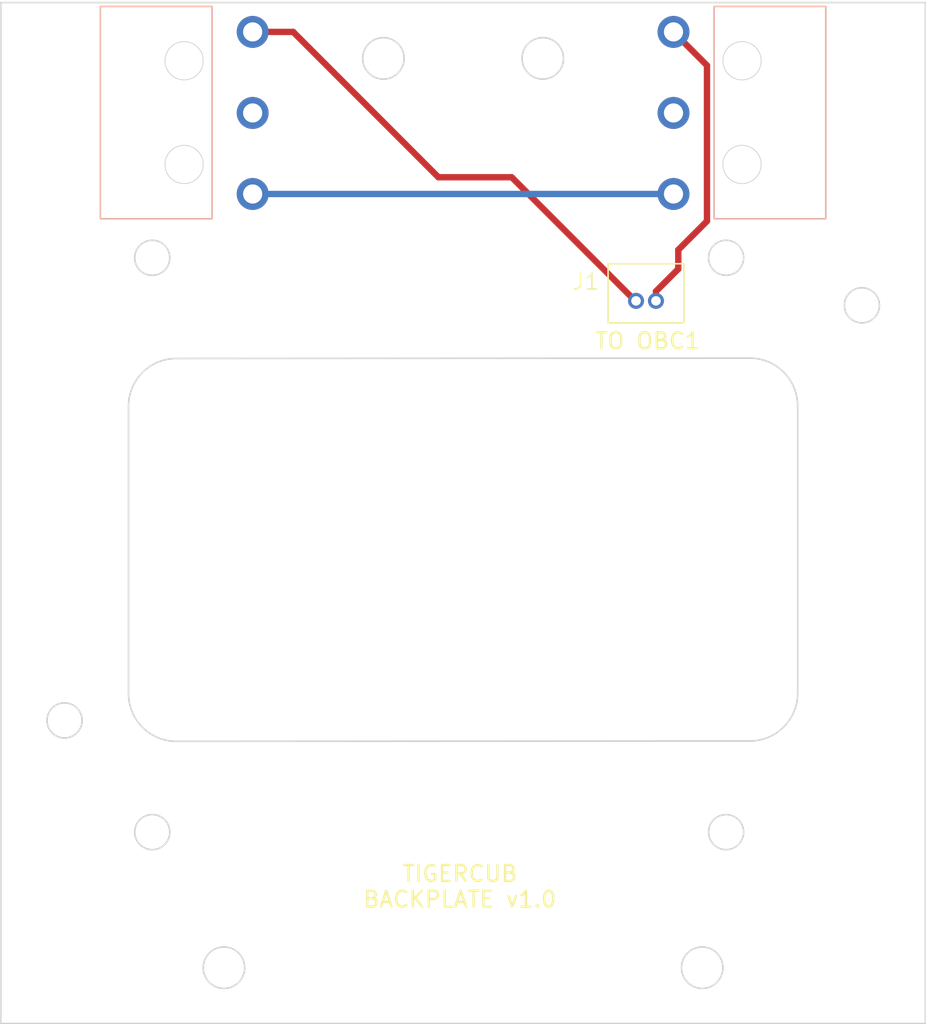
<source format=kicad_pcb>
(kicad_pcb (version 20221018) (generator pcbnew)
  (layers (0 "F.Cu" signal) (31 "B.Cu" signal) (34 "B.Paste" user) (35 "F.Paste" user) (36 "B.SilkS" user "B.Silkscreen") (37 "F.SilkS" user "F.Silkscreen") (38 "B.Mask" user) (39 "F.Mask" user) (44 "Edge.Cuts" user))
  (net 0 "")
  (net 1 "Net-(S2-NC)")
  (net 2 "Net-(S1-NC)")
  (net 3 "Net-(S1-COM)")
  (footprint "thesis:D2F-L2-A" (layer "F.Cu") (at 55.865 63.835 90)
    (fp_text reference "S1" hide)
    (fp_text value "~" hide)
    (fp_rect (start 0.281 0.381) (end 13.589 7.389) (stroke (width 0.1)) (fill none) (layer "B.SilkS"))
    (fp_circle (center 3.685 5.635) (end 4.885 5.635) (stroke (width 0.05)) (fill none) (layer "Edge.Cuts"))
    (fp_circle (center 10.185 5.635) (end 11.385 5.635) (stroke (width 0.05)) (fill none) (layer "Edge.Cuts"))
    (pad "1" thru_hole circle (at 1.835 9.935 90) (size 2 2) (drill 1.2) (layers "*.Cu" "*.Mask") (net 3 "Net-(S1-COM)"))
    (pad "2" thru_hole circle (at 6.915 9.935 90) (size 2 2) (drill 1.2) (layers "*.Cu" "*.Mask"))
    (pad "3" thru_hole circle (at 11.995 9.935 90) (size 2 2) (drill 1.2) (layers "*.Cu" "*.Mask") (net 2 "Net-(S1-NC)"))
  )
  (footprint "thesis:D2F-L2-A1" (layer "F.Cu") (at 94.365 63.835 90)
    (fp_text reference "S2" hide)
    (fp_text value "~" hide)
    (fp_rect (start 0.281 0.381) (end 13.589 7.389) (stroke (width 0.1)) (fill none) (layer "B.SilkS"))
    (fp_circle (center 3.685 2.135) (end 4.885 2.135) (stroke (width 0.05)) (fill none) (layer "Edge.Cuts"))
    (fp_circle (center 10.185 2.135) (end 11.385 2.135) (stroke (width 0.05)) (fill none) (layer "Edge.Cuts"))
    (pad "1" thru_hole circle (at 1.835 -2.165 90) (size 2 2) (drill 1.2) (layers "*.Cu" "*.Mask") (net 3 "Net-(S1-COM)"))
    (pad "2" thru_hole circle (at 6.915 -2.165 90) (size 2 2) (drill 1.2) (layers "*.Cu" "*.Mask"))
    (pad "3" thru_hole circle (at 11.995 -2.165 90) (size 2 2) (drill 1.2) (layers "*.Cu" "*.Mask") (net 1 "Net-(S2-NC)"))
  )
  (footprint "thesis:Molex_Picoblade_2x1_vert" (layer "F.Cu") (at 92.6 69.97 180)
    (fp_text reference "J1" (at 5.9 2.47 unlocked) (layer "F.SilkS") (effects (font (thickness 0.1))))
    (fp_text value "~")
    (fp_rect (start -0.254 -0.109) (end 4.504 3.599) (stroke (width 0.1)) (fill none) (layer "F.SilkS"))
    (pad "1" thru_hole circle (at 1.5 1.27 180) (size 1 1) (drill 0.6) (layers "*.Cu" "*.Mask") (net 1 "Net-(S2-NC)"))
    (pad "2" thru_hole circle (at 2.75 1.27 180) (size 1 1) (drill 0.6) (layers "*.Cu" "*.Mask") (net 2 "Net-(S1-NC)"))
  )
  (gr_circle (center 95.5 66) (end 96.6 66) (stroke (width 0.1)) (fill none) (layer "Edge.Cuts"))
  (gr_circle (center 84 53.5) (end 85.3 53.5) (stroke (width 0.1)) (fill none) (layer "Edge.Cuts"))
  (gr_rect (start 50 50) (end 108 114) (stroke (width 0.1)) (fill none) (layer "Edge.Cuts"))
  (gr_arc (start 99.98934 93.289342) (mid 99.11066 95.410662) (end 96.98934 96.289342) (stroke (width 0.1)) (layer "Edge.Cuts"))
  (gr_arc (start 58.01066 75.31066) (mid 58.88934 73.18934) (end 61.01066 72.31066) (stroke (width 0.1)) (layer "Edge.Cuts"))
  (gr_line (start 96.98934 96.289342) (end 61.01066 96.310662) (stroke (width 0.1)) (layer "Edge.Cuts"))
  (gr_arc (start 61.01066 96.310662) (mid 58.88934 95.431982) (end 58.01066 93.310662) (stroke (width 0.1)) (layer "Edge.Cuts"))
  (gr_line (start 58.01066 93.310662) (end 58.01066 75.31066) (stroke (width 0.1)) (layer "Edge.Cuts"))
  (gr_circle (center 95.5 102) (end 96.6 102) (stroke (width 0.1)) (fill none) (layer "Edge.Cuts"))
  (gr_circle (center 54 95) (end 55.1 95) (stroke (width 0.1)) (fill none) (layer "Edge.Cuts"))
  (gr_circle (center 94 110.5) (end 95.3 110.5) (stroke (width 0.1)) (fill none) (layer "Edge.Cuts"))
  (gr_arc (start 96.98934 72.28934) (mid 99.11066 73.16802) (end 99.98934 75.28934) (stroke (width 0.1)) (layer "Edge.Cuts"))
  (gr_circle (center 59.5 66) (end 60.6 66) (stroke (width 0.1)) (fill none) (layer "Edge.Cuts"))
  (gr_circle (center 64 110.5) (end 65.3 110.5) (stroke (width 0.1)) (fill none) (layer "Edge.Cuts"))
  (gr_circle (center 74 53.5) (end 75.3 53.5) (stroke (width 0.1)) (fill none) (layer "Edge.Cuts"))
  (gr_line (start 99.98934 75.28934) (end 99.98934 93.289342) (stroke (width 0.1)) (layer "Edge.Cuts"))
  (gr_circle (center 104.02 68.98) (end 105.12 68.98) (stroke (width 0.1)) (fill none) (layer "Edge.Cuts"))
  (gr_circle (center 59.5 102) (end 60.6 102) (stroke (width 0.1)) (fill none) (layer "Edge.Cuts"))
  (gr_line (start 61.01066 72.31066) (end 96.98934 72.28934) (stroke (width 0.1)) (layer "Edge.Cuts"))
  (gr_text "TO OBC1" (at 87.2 71.8) (layer "F.SilkS") (effects (font (size 1 1)) (justify left bottom)))
  (gr_text "TIGERCUB\nBACKPLATE v1.0" (at 78.8 106.8) (layer "F.SilkS") (effects (font (size 1 1)) (justify bottom)))
  (segment (start 91.1 68.1) (end 92.5 66.7) (width 0.4) (layer "F.Cu") (net 1))
  (segment (start 94.3 63.7) (end 94.3 53.94) (width 0.4) (layer "F.Cu") (net 1))
  (segment (start 91.1 68.7) (end 91.1 68.1) (width 0.4) (layer "F.Cu") (net 1))
  (segment (start 94.3 53.94) (end 92.2 51.84) (width 0.4) (layer "F.Cu") (net 1))
  (segment (start 92.5 65.5) (end 94.3 63.7) (width 0.4) (layer "F.Cu") (net 1))
  (segment (start 92.5 66.7) (end 92.5 65.5) (width 0.4) (layer "F.Cu") (net 1))
  (segment (start 89.8 68.7) (end 82.05 60.95) (width 0.4) (layer "F.Cu") (net 2))
  (segment (start 89.85 68.7) (end 89.8 68.7) (width 0.4) (layer "F.Cu") (net 2))
  (segment (start 68.34 51.84) (end 65.8 51.84) (width 0.4) (layer "F.Cu") (net 2))
  (segment (start 77.45 60.95) (end 68.34 51.84) (width 0.4) (layer "F.Cu") (net 2))
  (segment (start 82.05 60.95) (end 77.45 60.95) (width 0.4) (layer "F.Cu") (net 2))
  (segment (start 65.8 62) (end 92.2 62) (width 0.4) (layer "B.Cu") (net 3))
)
</source>
